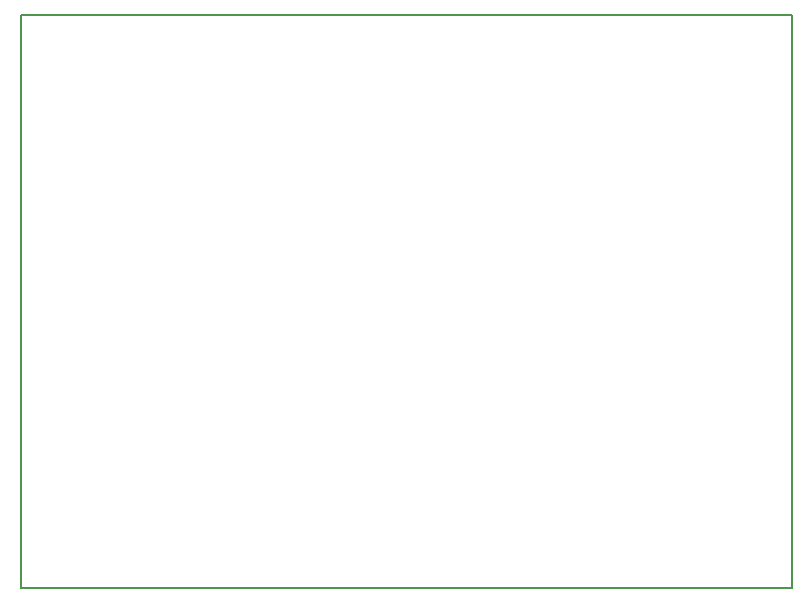
<source format=gbr>
G04 #@! TF.GenerationSoftware,KiCad,Pcbnew,5.1.0-060a0da~80~ubuntu18.04.1*
G04 #@! TF.CreationDate,2019-03-27T19:23:36+01:00*
G04 #@! TF.ProjectId,distpedal,64697374-7065-4646-916c-2e6b69636164,rev?*
G04 #@! TF.SameCoordinates,PX6d01460PY6ad32b0*
G04 #@! TF.FileFunction,Profile,NP*
%FSLAX46Y46*%
G04 Gerber Fmt 4.6, Leading zero omitted, Abs format (unit mm)*
G04 Created by KiCad (PCBNEW 5.1.0-060a0da~80~ubuntu18.04.1) date 2019-03-27 19:23:36*
%MOMM*%
%LPD*%
G04 APERTURE LIST*
%ADD10C,0.200000*%
G04 APERTURE END LIST*
D10*
X65278000Y0D02*
X0Y0D01*
X65278000Y48514000D02*
X65278000Y0D01*
X0Y48514000D02*
X65278000Y48514000D01*
X0Y0D02*
X0Y48514000D01*
M02*

</source>
